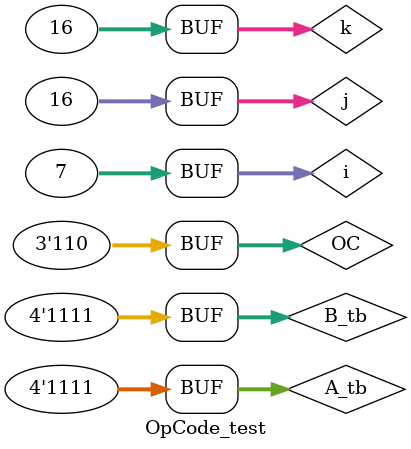
<source format=v>
`timescale 1ns / 1ps


module OpCode_test;
    reg [3:0]A_tb;
    reg [3:0]B_tb;
    reg [2:0]OC;
    wire [4:0]led_tb;

OpCode_mux kitty_poop(
    .sw(sw_tb),
    .OpCode(OC),
    .led(led_tb)
    );

integer i,j,k;
   
initial begin

i=0;
j=0;
k=0;

    for(i=0;i<7;i=i+1)
    begin
        for(j=0;j<16;j=j+1)
        begin
            for(k=0;k<16;k=k+1)
            begin
                A_tb = k;
            end
            B_tb = j;
        end
        OC = i;
    end
        
end

endmodule

</source>
